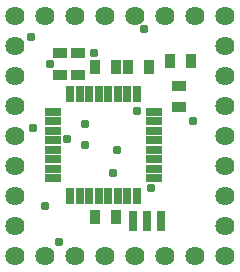
<source format=gts>
G75*
G70*
%OFA0B0*%
%FSLAX24Y24*%
%IPPOS*%
%LPD*%
%AMOC8*
5,1,8,0,0,1.08239X$1,22.5*
%
%ADD10R,0.0260X0.0540*%
%ADD11R,0.0540X0.0260*%
%ADD12R,0.0512X0.0355*%
%ADD13R,0.0355X0.0512*%
%ADD14R,0.0316X0.0709*%
%ADD15C,0.0640*%
%ADD16C,0.0310*%
D10*
X002458Y002620D03*
X002773Y002620D03*
X003088Y002620D03*
X003403Y002620D03*
X003717Y002620D03*
X004032Y002620D03*
X004347Y002620D03*
X004662Y002620D03*
X004662Y006000D03*
X004347Y006000D03*
X004032Y006000D03*
X003717Y006000D03*
X003403Y006000D03*
X003088Y006000D03*
X002773Y006000D03*
X002458Y006000D03*
D11*
X001870Y005412D03*
X001870Y005097D03*
X001870Y004782D03*
X001870Y004467D03*
X001870Y004153D03*
X001870Y003838D03*
X001870Y003523D03*
X001870Y003208D03*
X005250Y003208D03*
X005250Y003523D03*
X005250Y003838D03*
X005250Y004153D03*
X005250Y004467D03*
X005250Y004782D03*
X005250Y005097D03*
X005250Y005412D03*
D12*
X006070Y005566D03*
X006070Y006274D03*
X002720Y006656D03*
X002120Y006656D03*
X002120Y007364D03*
X002720Y007364D03*
D13*
X003266Y006910D03*
X003974Y006910D03*
X004366Y006910D03*
X005074Y006910D03*
X005766Y007110D03*
X006474Y007110D03*
X003974Y001910D03*
X003266Y001910D03*
D14*
X004548Y001770D03*
X005020Y001770D03*
X005492Y001770D03*
D15*
X000620Y000610D03*
X000620Y001610D03*
X000620Y002610D03*
X000620Y003610D03*
X000620Y004610D03*
X000620Y005610D03*
X000620Y006610D03*
X000620Y007610D03*
X000620Y008610D03*
X001620Y008610D03*
X002620Y008610D03*
X003620Y008610D03*
X004620Y008610D03*
X005620Y008610D03*
X006620Y008610D03*
X007620Y008610D03*
X007620Y007610D03*
X007620Y006610D03*
X007620Y005610D03*
X007620Y004610D03*
X007620Y003610D03*
X007620Y002610D03*
X007620Y001610D03*
X007620Y000610D03*
X006620Y000610D03*
X005620Y000610D03*
X004620Y000610D03*
X003620Y000610D03*
X002620Y000610D03*
X001620Y000610D03*
D16*
X002087Y001087D03*
X001596Y002288D03*
X002934Y004291D03*
X002337Y004506D03*
X002927Y005004D03*
X004019Y004133D03*
X003877Y003369D03*
X005140Y002865D03*
X006531Y005108D03*
X004665Y005432D03*
X003232Y007374D03*
X001767Y007010D03*
X001127Y007898D03*
X001214Y004868D03*
X004922Y008179D03*
M02*

</source>
